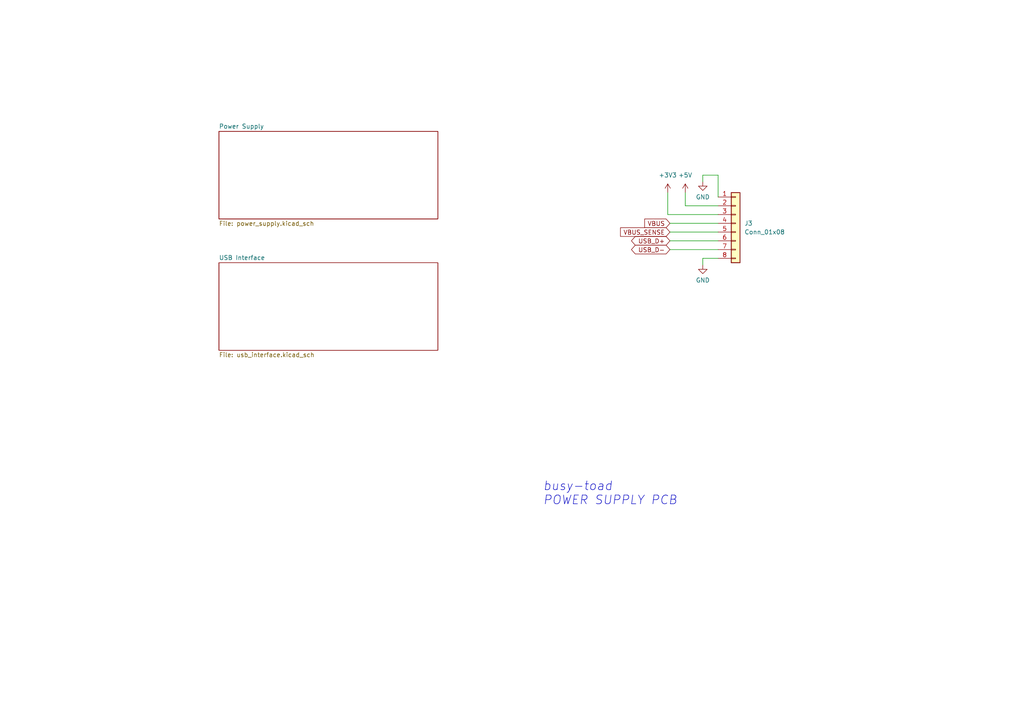
<source format=kicad_sch>
(kicad_sch (version 20230121) (generator eeschema)
  (paper "A4")
  (lib_symbols
    (symbol "Connector_Generic:Conn_01x08" (pin_names (offset 1.016) hide)
      (property "Reference" "J" (at 0 10.16 0))
      (property "Value" "Conn_01x08" (at 0 -12.7 0))
      (symbol "Conn_01x08_1_1"
        (rectangle (start -1.27 -10.033) (end 0 -10.287) (stroke (width 0.1524)))
        (rectangle (start -1.27 -7.493) (end 0 -7.747) (stroke (width 0.1524)))
        (rectangle (start -1.27 -4.953) (end 0 -5.207) (stroke (width 0.1524)))
        (rectangle (start -1.27 -2.413) (end 0 -2.667) (stroke (width 0.1524)))
        (rectangle (start -1.27 0.127) (end 0 -0.127) (stroke (width 0.1524)))
        (rectangle (start -1.27 2.667) (end 0 2.413) (stroke (width 0.1524)))
        (rectangle (start -1.27 5.207) (end 0 4.953) (stroke (width 0.1524)))
        (rectangle (start -1.27 7.747) (end 0 7.493) (stroke (width 0.1524)))
        (rectangle (start -1.27 8.89) (end 1.27 -11.43) (stroke (width 0.254)) (fill (type background)))
        (pin passive line (at -5.08 7.62 0) (length 3.81) (name "Pin_1") (number "1"))
        (pin passive line (at -5.08 5.08 0) (length 3.81) (name "Pin_2") (number "2"))
        (pin passive line (at -5.08 2.54 0) (length 3.81) (name "Pin_3") (number "3"))
        (pin passive line (at -5.08 0 0) (length 3.81) (name "Pin_4") (number "4"))
        (pin passive line (at -5.08 -2.54 0) (length 3.81) (name "Pin_5") (number "5"))
        (pin passive line (at -5.08 -5.08 0) (length 3.81) (name "Pin_6") (number "6"))
        (pin passive line (at -5.08 -7.62 0) (length 3.81) (name "Pin_7") (number "7"))
        (pin passive line (at -5.08 -10.16 0) (length 3.81) (name "Pin_8") (number "8"))
      )
    )
    (symbol "power:+3V3" (power) (pin_names (offset 0))
      (property "Value" "+3V3" (at 0 3.556 0))
      (symbol "+3V3_0_1"
        (polyline (pts (xy -0.762 1.27) (xy 0 2.54)))
        (polyline (pts (xy 0 0) (xy 0 2.54)))
        (polyline (pts (xy 0 2.54) (xy 0.762 1.27)))
      )
      (symbol "+3V3_1_1"
        (pin power_in line (at 0 0 90) (length 0) hide (name "+3V3") (number "1"))
      )
    )
    (symbol "power:+5V" (power) (pin_names (offset 0))
      (property "Value" "+5V" (at 0 3.556 0))
      (symbol "+5V_0_1"
        (polyline (pts (xy -0.762 1.27) (xy 0 2.54)))
        (polyline (pts (xy 0 0) (xy 0 2.54)))
        (polyline (pts (xy 0 2.54) (xy 0.762 1.27)))
      )
      (symbol "+5V_1_1"
        (pin power_in line (at 0 0 90) (length 0) hide (name "+5V") (number "1"))
      )
    )
    (symbol "power:GND" (power) (pin_names (offset 0))
      (property "Value" "GND" (at 0 -3.81 0))
      (symbol "GND_0_1"
        (polyline (pts (xy 0 0) (xy 0 -1.27) (xy 1.27 -1.27) (xy 0 -2.54) (xy -1.27 -1.27) (xy 0 -1.27)))
      )
      (symbol "GND_1_1"
        (pin power_in line (at 0 0 270) (length 0) hide (name "GND") (number "1"))
      )
    )
  )
  (wire (pts (xy 198.755 59.69) (xy 208.28 59.69)))
  (wire (pts (xy 193.675 62.23) (xy 193.675 55.88)))
  (wire (pts (xy 203.835 52.705) (xy 203.835 50.8)))
  (wire (pts (xy 193.675 62.23) (xy 208.28 62.23)))
  (wire (pts (xy 203.835 74.93) (xy 208.28 74.93)))
  (wire (pts (xy 203.835 74.93) (xy 203.835 76.835)))
  (wire (pts (xy 198.755 55.88) (xy 198.755 59.69)))
  (wire (pts (xy 194.31 72.39) (xy 208.28 72.39)))
  (wire (pts (xy 194.31 64.77) (xy 208.28 64.77)))
  (wire (pts (xy 194.31 67.31) (xy 208.28 67.31)))
  (wire (pts (xy 203.835 50.8) (xy 208.28 50.8)))
  (wire (pts (xy 208.28 50.8) (xy 208.28 57.15)))
  (wire (pts (xy 194.31 69.85) (xy 208.28 69.85)))
  (text "busy-toad\nPOWER SUPPLY PCB\n" (at 157.48 146.685 0) (effects (font (size 2.54 2.54) italic) (justify left bottom)))
  (global_label "VBUS" (shape input) (at 194.31 64.77 180) (property "Intersheetrefs" "${INTERSHEET_REFS}" (effects hide)))
  (global_label "VBUS_SENSE" (shape input) (at 194.31 67.31 180) (property "Intersheetrefs" "${INTERSHEET_REFS}" (effects hide)))
  (global_label "USB_D+" (shape bidirectional) (at 194.31 69.85 180) (property "Intersheetrefs" "${INTERSHEET_REFS}" (effects hide)))
  (global_label "USB_D-" (shape bidirectional) (at 194.31 72.39 180) (property "Intersheetrefs" "${INTERSHEET_REFS}" (effects hide)))
  (symbol (lib_id "Connector_Generic:Conn_01x08") (at 213.36 64.77 0) (unit 1)
    (property "Reference" "J3" (at 215.9 64.77 0) (effects (justify left)))
    (property "Value" "Conn_01x08" (at 215.9 67.31 0) (effects (justify left)))
  )
  (symbol (lib_id "power:GND") (at 203.835 76.835 0) (unit 1)
    (property "Reference" "#PWR018" (effects hide))
    (property "Value" "GND" (at 203.835 81.28 0))
  )
  (symbol (lib_id "power:+5V") (at 198.755 55.88 0) (unit 1)
    (property "Reference" "#PWR017" (effects hide))
    (property "Value" "+5V" (at 198.755 50.8 0))
  )
  (symbol (lib_id "power:GND") (at 203.835 52.705 0) (unit 1)
    (property "Reference" "#PWR020" (effects hide))
    (property "Value" "GND" (at 203.835 57.15 0))
  )
  (symbol (lib_id "power:+3V3") (at 193.675 55.88 0) (unit 1)
    (property "Reference" "#PWR019" (effects hide))
    (property "Value" "+3V3" (at 193.675 50.8 0))
  )
  (sheet (at 63.5 38.1) (size 63.5 25.4) (stroke (width 0.1524))
    (property "Sheetname" "Power Supply" (at 63.5 37.3884 0) (effects (justify left bottom)))
    (property "Sheetfile" "power_supply.kicad_sch" (at 63.5 64.0846 0) (effects (justify left top)))
  )
  (sheet (at 63.5 76.2) (size 63.5 25.4) (stroke (width 0.1524))
    (property "Sheetname" "USB Interface" (at 63.5 75.4884 0) (effects (justify left bottom)))
    (property "Sheetfile" "usb_interface.kicad_sch" (at 63.5 102.1846 0) (effects (justify left top)))
  )
)
</source>
